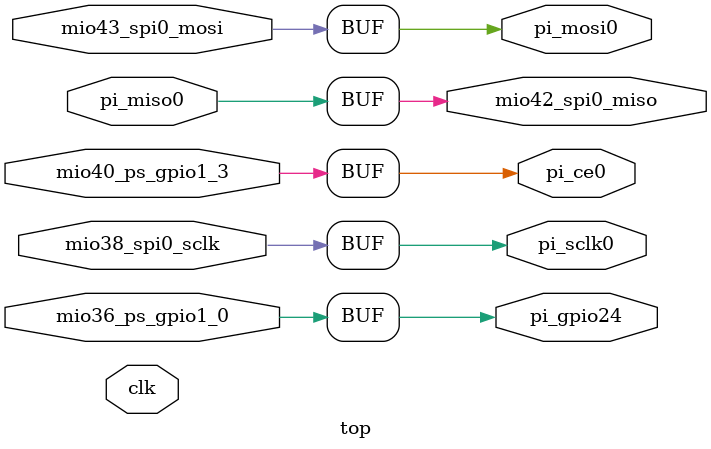
<source format=v>
module top(input clk,
 input mio38_spi0_sclk,
 output mio42_spi0_miso,
 input  mio43_spi0_mosi,
 input mio40_ps_gpio1_3, //ce1 on board96 side
 //input mio44_ps_gpio1_4, //gpio to use as alternative ce on board96 side
 input mio36_ps_gpio1_0, //ice_crest on board96 side


 output pi_ce0,
 input pi_miso0,
 output pi_mosi0,
 output pi_sclk0,
 output pi_gpio24 //ice_crest on pi side
 );
   
   assign mio42_spi0_miso = pi_miso0;
   assign pi_mosi0 = mio43_spi0_mosi;
   assign pi_sclk0 = mio38_spi0_sclk;
   assign pi_ce0 = mio40_ps_gpio1_3;
   assign pi_gpio24 = mio36_ps_gpio1_0; //ice_creset
//   assign pi_gpio24 = 1'b1; //ice_creset

endmodule // top

</source>
